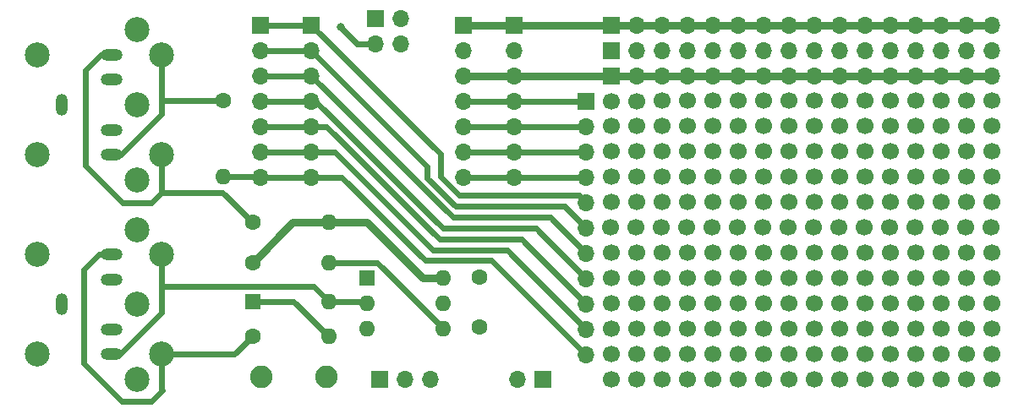
<source format=gbr>
%TF.GenerationSoftware,KiCad,Pcbnew,(6.0.5)*%
%TF.CreationDate,2023-03-15T21:31:39+00:00*%
%TF.ProjectId,XiaoMIDIInterface,5869616f-4d49-4444-9949-6e7465726661,rev?*%
%TF.SameCoordinates,Original*%
%TF.FileFunction,Copper,L1,Top*%
%TF.FilePolarity,Positive*%
%FSLAX46Y46*%
G04 Gerber Fmt 4.6, Leading zero omitted, Abs format (unit mm)*
G04 Created by KiCad (PCBNEW (6.0.5)) date 2023-03-15 21:31:39*
%MOMM*%
%LPD*%
G01*
G04 APERTURE LIST*
%TA.AperFunction,ComponentPad*%
%ADD10C,1.700000*%
%TD*%
%TA.AperFunction,ComponentPad*%
%ADD11R,1.700000X1.700000*%
%TD*%
%TA.AperFunction,ComponentPad*%
%ADD12O,1.700000X1.700000*%
%TD*%
%TA.AperFunction,ComponentPad*%
%ADD13R,1.600000X1.600000*%
%TD*%
%TA.AperFunction,ComponentPad*%
%ADD14O,1.600000X1.600000*%
%TD*%
%TA.AperFunction,WasherPad*%
%ADD15C,2.499360*%
%TD*%
%TA.AperFunction,ComponentPad*%
%ADD16C,2.499360*%
%TD*%
%TA.AperFunction,ComponentPad*%
%ADD17C,1.600000*%
%TD*%
%TA.AperFunction,ComponentPad*%
%ADD18O,2.200000X1.200000*%
%TD*%
%TA.AperFunction,ComponentPad*%
%ADD19O,1.200000X2.200000*%
%TD*%
%TA.AperFunction,ComponentPad*%
%ADD20C,2.250000*%
%TD*%
%TA.AperFunction,ViaPad*%
%ADD21C,0.800000*%
%TD*%
%TA.AperFunction,Conductor*%
%ADD22C,0.800000*%
%TD*%
%TA.AperFunction,Conductor*%
%ADD23C,0.600000*%
%TD*%
G04 APERTURE END LIST*
D10*
%TO.P,,1*%
%TO.N,N/C*%
X153020000Y-71348000D03*
%TD*%
%TO.P,,1*%
%TO.N,N/C*%
X127594600Y-66294000D03*
%TD*%
%TO.P,,1*%
%TO.N,N/C*%
X147940000Y-53568000D03*
%TD*%
%TO.P,,1*%
%TO.N,N/C*%
X153020000Y-81508000D03*
%TD*%
%TO.P,,1*%
%TO.N,N/C*%
X135240000Y-73914000D03*
%TD*%
D11*
%TO.P,J15,1,Pin_1*%
%TO.N,Net-(U2-Pad17)*%
X96800000Y-81500000D03*
D12*
%TO.P,J15,2,Pin_2*%
%TO.N,GND*%
X99340000Y-81500000D03*
%TO.P,J15,3,Pin_3*%
%TO.N,Net-(U2-Pad18)*%
X101880000Y-81500000D03*
%TD*%
D11*
%TO.P,J13,1,Pin_1*%
%TO.N,+5V*%
X105240000Y-46000000D03*
D12*
%TO.P,J13,2,Pin_2*%
%TO.N,GND*%
X105240000Y-48540000D03*
%TO.P,J13,3,Pin_3*%
%TO.N,+3V3*%
X105240000Y-51080000D03*
%TO.P,J13,4,Pin_4*%
%TO.N,Net-(J13-Pad4)*%
X105240000Y-53620000D03*
%TO.P,J13,5,Pin_5*%
%TO.N,Net-(J13-Pad5)*%
X105240000Y-56160000D03*
%TO.P,J13,6,Pin_6*%
%TO.N,Net-(J13-Pad6)*%
X105240000Y-58700000D03*
%TO.P,J13,7,Pin_7*%
%TO.N,/RX*%
X105240000Y-61240000D03*
%TD*%
D11*
%TO.P,J12,1,Pin_1*%
%TO.N,Net-(J12-Pad1)*%
X90000000Y-46000000D03*
D12*
%TO.P,J12,2,Pin_2*%
%TO.N,Net-(J12-Pad2)*%
X90000000Y-48540000D03*
%TO.P,J12,3,Pin_3*%
%TO.N,Net-(J12-Pad3)*%
X90000000Y-51080000D03*
%TO.P,J12,4,Pin_4*%
%TO.N,Net-(J12-Pad4)*%
X90000000Y-53620000D03*
%TO.P,J12,5,Pin_5*%
%TO.N,Net-(J12-Pad5)*%
X90000000Y-56160000D03*
%TO.P,J12,6,Pin_6*%
%TO.N,Net-(J12-Pad6)*%
X90000000Y-58700000D03*
%TO.P,J12,7,Pin_7*%
%TO.N,/TX*%
X90000000Y-61240000D03*
%TD*%
D10*
%TO.P,,1*%
%TO.N,N/C*%
X155560000Y-61188000D03*
%TD*%
%TO.P,,1*%
%TO.N,N/C*%
X147940000Y-78968000D03*
%TD*%
%TO.P,,1*%
%TO.N,N/C*%
X140320000Y-71348000D03*
%TD*%
%TO.P,,1*%
%TO.N,N/C*%
X130160000Y-71374000D03*
%TD*%
%TO.P,,1*%
%TO.N,N/C*%
X122540000Y-53620000D03*
%TD*%
%TO.P,,1*%
%TO.N,N/C*%
X150480000Y-56108000D03*
%TD*%
%TO.P,,1*%
%TO.N,N/C*%
X153020000Y-61188000D03*
%TD*%
%TO.P,,1*%
%TO.N,N/C*%
X145400000Y-56108000D03*
%TD*%
%TO.P,,1*%
%TO.N,N/C*%
X122514600Y-66294000D03*
%TD*%
%TO.P,,1*%
%TO.N,N/C*%
X120000000Y-61214000D03*
%TD*%
%TO.P,,1*%
%TO.N,N/C*%
X153020000Y-73888000D03*
%TD*%
%TO.P,,1*%
%TO.N,N/C*%
X150480000Y-78968000D03*
%TD*%
%TO.P,,1*%
%TO.N,N/C*%
X120000000Y-63754000D03*
%TD*%
%TO.P,,1*%
%TO.N,N/C*%
X122540000Y-81534000D03*
%TD*%
%TO.P,,1*%
%TO.N,N/C*%
X127620000Y-71374000D03*
%TD*%
%TO.P,,1*%
%TO.N,N/C*%
X122540000Y-56134000D03*
%TD*%
%TO.P,,1*%
%TO.N,N/C*%
X137780000Y-53594000D03*
%TD*%
D13*
%TO.P,U1,1*%
%TO.N,Net-(D1-Pad1)*%
X95514000Y-71364000D03*
D14*
%TO.P,U1,2*%
%TO.N,Net-(D1-Pad2)*%
X95514000Y-73904000D03*
%TO.P,U1,3*%
%TO.N,unconnected-(U1-Pad3)*%
X95514000Y-76444000D03*
%TO.P,U1,4*%
%TO.N,/RX*%
X103134000Y-76444000D03*
%TO.P,U1,5*%
%TO.N,GND*%
X103134000Y-73904000D03*
%TO.P,U1,6*%
%TO.N,+3V3*%
X103134000Y-71364000D03*
%TD*%
D10*
%TO.P,,1*%
%TO.N,N/C*%
X135240000Y-63754000D03*
%TD*%
%TO.P,,1*%
%TO.N,N/C*%
X137780000Y-63754000D03*
%TD*%
%TO.P,,1*%
%TO.N,N/C*%
X158100000Y-68808000D03*
%TD*%
%TO.P,,1*%
%TO.N,N/C*%
X147940000Y-73888000D03*
%TD*%
D15*
%TO.P,J1,*%
%TO.N,*%
X62502300Y-68998740D03*
X62502300Y-79001260D03*
D16*
%TO.P,J1,1*%
%TO.N,unconnected-(J1-Pad1)*%
X72497200Y-81498080D03*
%TO.P,J1,2*%
%TO.N,unconnected-(J1-Pad2)*%
X72499740Y-74000000D03*
%TO.P,J1,3*%
%TO.N,unconnected-(J1-Pad3)*%
X72497200Y-66501920D03*
%TO.P,J1,4*%
%TO.N,Net-(J1-Pad4)*%
X74999100Y-78996180D03*
%TO.P,J1,5*%
%TO.N,Net-(D1-Pad2)*%
X74999100Y-69003820D03*
%TD*%
D10*
%TO.P,,1*%
%TO.N,N/C*%
X150480000Y-68808000D03*
%TD*%
%TO.P,,1*%
%TO.N,N/C*%
X145400000Y-63728000D03*
%TD*%
%TO.P,,1*%
%TO.N,N/C*%
X130160000Y-53594000D03*
%TD*%
%TO.P,,1*%
%TO.N,N/C*%
X127620000Y-58674000D03*
%TD*%
%TO.P,,1*%
%TO.N,N/C*%
X137780000Y-56134000D03*
%TD*%
%TO.P,,1*%
%TO.N,N/C*%
X153020000Y-76428000D03*
%TD*%
%TO.P,,1*%
%TO.N,N/C*%
X142860000Y-81508000D03*
%TD*%
%TO.P,,1*%
%TO.N,N/C*%
X147940000Y-71348000D03*
%TD*%
%TO.P,,1*%
%TO.N,N/C*%
X142860000Y-58648000D03*
%TD*%
%TO.P,,1*%
%TO.N,N/C*%
X130160000Y-56134000D03*
%TD*%
%TO.P,,1*%
%TO.N,N/C*%
X140320000Y-76428000D03*
%TD*%
%TO.P,,1*%
%TO.N,N/C*%
X120000000Y-68834000D03*
%TD*%
%TO.P,,1*%
%TO.N,N/C*%
X140320000Y-63728000D03*
%TD*%
%TO.P,,1*%
%TO.N,N/C*%
X142860000Y-53594000D03*
%TD*%
%TO.P,,1*%
%TO.N,N/C*%
X127620000Y-61214000D03*
%TD*%
%TO.P,,1*%
%TO.N,N/C*%
X122540000Y-71374000D03*
%TD*%
%TO.P,,1*%
%TO.N,N/C*%
X125080000Y-71374000D03*
%TD*%
D17*
%TO.P,R1,1*%
%TO.N,Net-(J1-Pad4)*%
X84100000Y-77200000D03*
D14*
%TO.P,R1,2*%
%TO.N,Net-(D1-Pad1)*%
X91720000Y-77200000D03*
%TD*%
D10*
%TO.P,,1*%
%TO.N,N/C*%
X132700000Y-71374000D03*
%TD*%
%TO.P,,1*%
%TO.N,N/C*%
X125080000Y-68834000D03*
%TD*%
D11*
%TO.P,J11,1,Pin_1*%
%TO.N,+5V*%
X113200000Y-81534000D03*
D12*
%TO.P,J11,2,Pin_2*%
%TO.N,GND*%
X110660000Y-81530000D03*
%TD*%
D10*
%TO.P,,1*%
%TO.N,N/C*%
X135240000Y-78994000D03*
%TD*%
%TO.P,,1*%
%TO.N,N/C*%
X155560000Y-81508000D03*
%TD*%
%TO.P,,1*%
%TO.N,N/C*%
X135240000Y-68834000D03*
%TD*%
%TO.P,,1*%
%TO.N,N/C*%
X127620000Y-76454000D03*
%TD*%
%TO.P,,1*%
%TO.N,N/C*%
X158100000Y-56108000D03*
%TD*%
%TO.P,,1*%
%TO.N,N/C*%
X132700000Y-53594000D03*
%TD*%
%TO.P,,1*%
%TO.N,N/C*%
X147940000Y-58648000D03*
%TD*%
%TO.P,,1*%
%TO.N,N/C*%
X120000000Y-78994000D03*
%TD*%
%TO.P,,1*%
%TO.N,N/C*%
X135240000Y-71374000D03*
%TD*%
%TO.P,,1*%
%TO.N,N/C*%
X137754600Y-66294000D03*
%TD*%
%TO.P,,1*%
%TO.N,N/C*%
X153020000Y-58648000D03*
%TD*%
%TO.P,,1*%
%TO.N,N/C*%
X158100000Y-81508000D03*
%TD*%
%TO.P,,1*%
%TO.N,N/C*%
X137780000Y-81534000D03*
%TD*%
%TO.P,,1*%
%TO.N,N/C*%
X135240000Y-81534000D03*
%TD*%
%TO.P,,1*%
%TO.N,N/C*%
X122540000Y-78994000D03*
%TD*%
%TO.P,,1*%
%TO.N,N/C*%
X135214600Y-66294000D03*
%TD*%
%TO.P,,1*%
%TO.N,N/C*%
X155534600Y-66268000D03*
%TD*%
%TO.P,,1*%
%TO.N,N/C*%
X125080000Y-58674000D03*
%TD*%
%TO.P,,1*%
%TO.N,N/C*%
X140320000Y-81508000D03*
%TD*%
%TO.P,,1*%
%TO.N,N/C*%
X150480000Y-61188000D03*
%TD*%
%TO.P,,1*%
%TO.N,N/C*%
X122540000Y-73914000D03*
%TD*%
%TO.P,,1*%
%TO.N,N/C*%
X155560000Y-76428000D03*
%TD*%
%TO.P,,1*%
%TO.N,N/C*%
X132700000Y-78994000D03*
%TD*%
%TO.P,,1*%
%TO.N,N/C*%
X130160000Y-73914000D03*
%TD*%
%TO.P,,1*%
%TO.N,N/C*%
X132674600Y-66294000D03*
%TD*%
%TO.P,,1*%
%TO.N,N/C*%
X150480000Y-71348000D03*
%TD*%
%TO.P,,1*%
%TO.N,N/C*%
X145374600Y-66268000D03*
%TD*%
%TO.P,,1*%
%TO.N,N/C*%
X132700000Y-81534000D03*
%TD*%
%TO.P,,1*%
%TO.N,N/C*%
X150480000Y-73888000D03*
%TD*%
D18*
%TO.P,J6,R*%
%TO.N,Net-(J1-Pad4)*%
X70000000Y-69000000D03*
%TO.P,J6,RN*%
%TO.N,N/C*%
X70000000Y-71500000D03*
D19*
%TO.P,J6,S*%
%TO.N,unconnected-(J6-PadS)*%
X65000000Y-74000000D03*
D18*
%TO.P,J6,T*%
%TO.N,Net-(D1-Pad2)*%
X70000000Y-79000000D03*
%TO.P,J6,TN*%
%TO.N,N/C*%
X70000000Y-76500000D03*
%TD*%
D10*
%TO.P,,1*%
%TO.N,N/C*%
X120000000Y-58674000D03*
%TD*%
%TO.P,,1*%
%TO.N,N/C*%
X132700000Y-56134000D03*
%TD*%
%TO.P,,1*%
%TO.N,N/C*%
X145400000Y-73888000D03*
%TD*%
%TO.P,,1*%
%TO.N,N/C*%
X158100000Y-63728000D03*
%TD*%
%TO.P,,1*%
%TO.N,N/C*%
X145400000Y-53568000D03*
%TD*%
%TO.P,,1*%
%TO.N,N/C*%
X155560000Y-56108000D03*
%TD*%
D11*
%TO.P,J4,1,Pin_1*%
%TO.N,+5V*%
X110320000Y-46000000D03*
D12*
%TO.P,J4,2,Pin_2*%
%TO.N,GND*%
X110320000Y-48540000D03*
%TO.P,J4,3,Pin_3*%
%TO.N,+3V3*%
X110320000Y-51080000D03*
%TO.P,J4,4,Pin_4*%
%TO.N,Net-(J13-Pad4)*%
X110320000Y-53620000D03*
%TO.P,J4,5,Pin_5*%
%TO.N,Net-(J13-Pad5)*%
X110320000Y-56160000D03*
%TO.P,J4,6,Pin_6*%
%TO.N,Net-(J13-Pad6)*%
X110320000Y-58700000D03*
%TO.P,J4,7,Pin_7*%
%TO.N,/RX*%
X110320000Y-61240000D03*
%TD*%
D10*
%TO.P,,1*%
%TO.N,N/C*%
X147940000Y-68808000D03*
%TD*%
%TO.P,,1*%
%TO.N,N/C*%
X122540000Y-76454000D03*
%TD*%
%TO.P,,1*%
%TO.N,N/C*%
X130134600Y-66294000D03*
%TD*%
%TO.P,,1*%
%TO.N,N/C*%
X140320000Y-58648000D03*
%TD*%
%TO.P,,1*%
%TO.N,N/C*%
X142860000Y-76428000D03*
%TD*%
%TO.P,,1*%
%TO.N,N/C*%
X142860000Y-68808000D03*
%TD*%
D11*
%TO.P,J8,1,Pin_1*%
%TO.N,+5V*%
X120000000Y-46000000D03*
D12*
%TO.P,J8,2,Pin_2*%
X122540000Y-46000000D03*
%TO.P,J8,3,Pin_3*%
X125080000Y-46000000D03*
%TO.P,J8,4,Pin_4*%
X127620000Y-46000000D03*
%TO.P,J8,5,Pin_5*%
X130160000Y-46000000D03*
%TO.P,J8,6,Pin_6*%
X132700000Y-46000000D03*
%TO.P,J8,7,Pin_7*%
X135240000Y-46000000D03*
%TO.P,J8,8,Pin_8*%
X137780000Y-46000000D03*
%TO.P,J8,9,Pin_9*%
X140320000Y-46000000D03*
%TO.P,J8,10,Pin_10*%
X142860000Y-46000000D03*
%TO.P,J8,11,Pin_11*%
X145400000Y-46000000D03*
%TO.P,J8,12,Pin_12*%
X147940000Y-46000000D03*
%TO.P,J8,13,Pin_13*%
X150480000Y-46000000D03*
%TO.P,J8,14,Pin_14*%
X153020000Y-46000000D03*
%TO.P,J8,15,Pin_15*%
X155560000Y-46000000D03*
%TO.P,J8,16,Pin_16*%
X158100000Y-46000000D03*
%TD*%
D10*
%TO.P,,1*%
%TO.N,N/C*%
X127620000Y-73914000D03*
%TD*%
D11*
%TO.P,J3,1,Pin_1*%
%TO.N,Net-(J12-Pad1)*%
X84920000Y-46000000D03*
D12*
%TO.P,J3,2,Pin_2*%
%TO.N,Net-(J12-Pad2)*%
X84920000Y-48540000D03*
%TO.P,J3,3,Pin_3*%
%TO.N,Net-(J12-Pad3)*%
X84920000Y-51080000D03*
%TO.P,J3,4,Pin_4*%
%TO.N,Net-(J12-Pad4)*%
X84920000Y-53620000D03*
%TO.P,J3,5,Pin_5*%
%TO.N,Net-(J12-Pad5)*%
X84920000Y-56160000D03*
%TO.P,J3,6,Pin_6*%
%TO.N,Net-(J12-Pad6)*%
X84920000Y-58700000D03*
%TO.P,J3,7,Pin_7*%
%TO.N,/TX*%
X84920000Y-61240000D03*
%TD*%
D10*
%TO.P,,1*%
%TO.N,N/C*%
X145400000Y-76428000D03*
%TD*%
%TO.P,,1*%
%TO.N,N/C*%
X142860000Y-63728000D03*
%TD*%
D20*
%TO.P,SW1,1,A*%
%TO.N,Net-(U2-Pad19)*%
X91450000Y-81300000D03*
%TO.P,SW1,2,B*%
%TO.N,GND*%
X84950000Y-81300000D03*
%TD*%
D17*
%TO.P,C1,1*%
%TO.N,+3V3*%
X106800000Y-71300000D03*
%TO.P,C1,2*%
%TO.N,GND*%
X106800000Y-76300000D03*
%TD*%
D10*
%TO.P,,1*%
%TO.N,N/C*%
X137780000Y-73914000D03*
%TD*%
%TO.P,,1*%
%TO.N,N/C*%
X140320000Y-68808000D03*
%TD*%
%TO.P,,1*%
%TO.N,N/C*%
X120000000Y-73914000D03*
%TD*%
%TO.P,,1*%
%TO.N,N/C*%
X145400000Y-71348000D03*
%TD*%
%TO.P,,1*%
%TO.N,N/C*%
X127620000Y-78994000D03*
%TD*%
%TO.P,,1*%
%TO.N,N/C*%
X125080000Y-78994000D03*
%TD*%
%TO.P,,1*%
%TO.N,N/C*%
X150480000Y-63728000D03*
%TD*%
%TO.P,,1*%
%TO.N,N/C*%
X132700000Y-61214000D03*
%TD*%
%TO.P,,1*%
%TO.N,N/C*%
X155560000Y-71348000D03*
%TD*%
%TO.P,,1*%
%TO.N,N/C*%
X145400000Y-68808000D03*
%TD*%
%TO.P,,1*%
%TO.N,N/C*%
X155560000Y-53568000D03*
%TD*%
%TO.P,,1*%
%TO.N,N/C*%
X158100000Y-58648000D03*
%TD*%
%TO.P,,1*%
%TO.N,N/C*%
X158100000Y-71348000D03*
%TD*%
D11*
%TO.P,J14,1,Pin_1*%
%TO.N,Net-(U2-Pad17)*%
X96425000Y-45325000D03*
D12*
%TO.P,J14,2,Pin_2*%
%TO.N,Net-(U2-Pad18)*%
X98965000Y-45325000D03*
%TO.P,J14,3,Pin_3*%
%TO.N,Net-(U2-Pad19)*%
X96425000Y-47865000D03*
%TO.P,J14,4,Pin_4*%
%TO.N,GND*%
X98965000Y-47865000D03*
%TD*%
D10*
%TO.P,,1*%
%TO.N,N/C*%
X130160000Y-61214000D03*
%TD*%
D17*
%TO.P,R4,1*%
%TO.N,Net-(J2-Pad5)*%
X81200000Y-53600000D03*
D14*
%TO.P,R4,2*%
%TO.N,/TX*%
X81200000Y-61220000D03*
%TD*%
D10*
%TO.P,,1*%
%TO.N,N/C*%
X155560000Y-63728000D03*
%TD*%
D13*
%TO.P,D1,1,K*%
%TO.N,Net-(D1-Pad1)*%
X84090000Y-73700000D03*
D14*
%TO.P,D1,2,A*%
%TO.N,Net-(D1-Pad2)*%
X91710000Y-73700000D03*
%TD*%
D10*
%TO.P,,1*%
%TO.N,N/C*%
X147940000Y-61188000D03*
%TD*%
%TO.P,,1*%
%TO.N,N/C*%
X140320000Y-56108000D03*
%TD*%
%TO.P,,1*%
%TO.N,N/C*%
X120000000Y-53620000D03*
%TD*%
%TO.P,,1*%
%TO.N,N/C*%
X158100000Y-73888000D03*
%TD*%
%TO.P,,1*%
%TO.N,N/C*%
X119974600Y-66294000D03*
%TD*%
%TO.P,,1*%
%TO.N,N/C*%
X145400000Y-78968000D03*
%TD*%
%TO.P,,1*%
%TO.N,N/C*%
X125054600Y-66294000D03*
%TD*%
%TO.P,,1*%
%TO.N,N/C*%
X147940000Y-63728000D03*
%TD*%
%TO.P,,1*%
%TO.N,N/C*%
X132700000Y-68834000D03*
%TD*%
D11*
%TO.P,J9,1,Pin_1*%
%TO.N,+3V3*%
X120000000Y-51080000D03*
D12*
%TO.P,J9,2,Pin_2*%
X122540000Y-51080000D03*
%TO.P,J9,3,Pin_3*%
X125080000Y-51080000D03*
%TO.P,J9,4,Pin_4*%
X127620000Y-51080000D03*
%TO.P,J9,5,Pin_5*%
X130160000Y-51080000D03*
%TO.P,J9,6,Pin_6*%
X132700000Y-51080000D03*
%TO.P,J9,7,Pin_7*%
X135240000Y-51080000D03*
%TO.P,J9,8,Pin_8*%
X137780000Y-51080000D03*
%TO.P,J9,9,Pin_9*%
X140320000Y-51080000D03*
%TO.P,J9,10,Pin_10*%
X142860000Y-51080000D03*
%TO.P,J9,11,Pin_11*%
X145400000Y-51080000D03*
%TO.P,J9,12,Pin_12*%
X147940000Y-51080000D03*
%TO.P,J9,13,Pin_13*%
X150480000Y-51080000D03*
%TO.P,J9,14,Pin_14*%
X153020000Y-51080000D03*
%TO.P,J9,15,Pin_15*%
X155560000Y-51080000D03*
%TO.P,J9,16,Pin_16*%
X158100000Y-51080000D03*
%TD*%
D10*
%TO.P,,1*%
%TO.N,N/C*%
X142860000Y-78968000D03*
%TD*%
%TO.P,,1*%
%TO.N,N/C*%
X150480000Y-53568000D03*
%TD*%
%TO.P,,1*%
%TO.N,N/C*%
X150480000Y-76428000D03*
%TD*%
%TO.P,,1*%
%TO.N,N/C*%
X122540000Y-63754000D03*
%TD*%
%TO.P,,1*%
%TO.N,N/C*%
X147940000Y-81508000D03*
%TD*%
%TO.P,,1*%
%TO.N,N/C*%
X137780000Y-76454000D03*
%TD*%
%TO.P,,1*%
%TO.N,N/C*%
X153020000Y-53568000D03*
%TD*%
%TO.P,,1*%
%TO.N,N/C*%
X147914600Y-66268000D03*
%TD*%
%TO.P,,1*%
%TO.N,N/C*%
X150480000Y-81508000D03*
%TD*%
%TO.P,,1*%
%TO.N,N/C*%
X120000000Y-76454000D03*
%TD*%
%TO.P,,1*%
%TO.N,N/C*%
X155560000Y-78968000D03*
%TD*%
%TO.P,,1*%
%TO.N,N/C*%
X155560000Y-73888000D03*
%TD*%
D17*
%TO.P,R2,1*%
%TO.N,+3V3*%
X84100000Y-69800000D03*
D14*
%TO.P,R2,2*%
%TO.N,/RX*%
X91720000Y-69800000D03*
%TD*%
D10*
%TO.P,,1*%
%TO.N,N/C*%
X158100000Y-53568000D03*
%TD*%
%TO.P,,1*%
%TO.N,N/C*%
X155560000Y-68808000D03*
%TD*%
%TO.P,,1*%
%TO.N,N/C*%
X137780000Y-68834000D03*
%TD*%
%TO.P,,1*%
%TO.N,N/C*%
X132700000Y-73914000D03*
%TD*%
%TO.P,,1*%
%TO.N,N/C*%
X137780000Y-71374000D03*
%TD*%
%TO.P,,1*%
%TO.N,N/C*%
X140320000Y-73888000D03*
%TD*%
%TO.P,,1*%
%TO.N,N/C*%
X147940000Y-56108000D03*
%TD*%
%TO.P,,1*%
%TO.N,N/C*%
X150454600Y-66268000D03*
%TD*%
%TO.P,,1*%
%TO.N,N/C*%
X132700000Y-76454000D03*
%TD*%
%TO.P,,1*%
%TO.N,N/C*%
X142860000Y-61188000D03*
%TD*%
D18*
%TO.P,J5,R*%
%TO.N,Net-(J2-Pad4)*%
X70000000Y-49000000D03*
%TO.P,J5,RN*%
%TO.N,N/C*%
X70000000Y-51500000D03*
D19*
%TO.P,J5,S*%
%TO.N,GND*%
X65000000Y-54000000D03*
D18*
%TO.P,J5,T*%
%TO.N,Net-(J2-Pad5)*%
X70000000Y-59000000D03*
%TO.P,J5,TN*%
%TO.N,N/C*%
X70000000Y-56500000D03*
%TD*%
D10*
%TO.P,,1*%
%TO.N,N/C*%
X125080000Y-61214000D03*
%TD*%
%TO.P,,1*%
%TO.N,N/C*%
X158100000Y-76428000D03*
%TD*%
%TO.P,,1*%
%TO.N,N/C*%
X140320000Y-61188000D03*
%TD*%
%TO.P,,1*%
%TO.N,N/C*%
X127620000Y-56134000D03*
%TD*%
%TO.P,,1*%
%TO.N,N/C*%
X153020000Y-63728000D03*
%TD*%
%TO.P,,1*%
%TO.N,N/C*%
X130160000Y-81534000D03*
%TD*%
%TO.P,,1*%
%TO.N,N/C*%
X137780000Y-58674000D03*
%TD*%
%TO.P,,1*%
%TO.N,N/C*%
X135240000Y-56134000D03*
%TD*%
%TO.P,,1*%
%TO.N,N/C*%
X158100000Y-78968000D03*
%TD*%
%TO.P,,1*%
%TO.N,N/C*%
X130160000Y-76454000D03*
%TD*%
%TO.P,,1*%
%TO.N,N/C*%
X137780000Y-61214000D03*
%TD*%
D17*
%TO.P,R3,1*%
%TO.N,Net-(J2-Pad4)*%
X84090000Y-65800000D03*
D14*
%TO.P,R3,2*%
%TO.N,+3V3*%
X91710000Y-65800000D03*
%TD*%
D10*
%TO.P,,1*%
%TO.N,N/C*%
X130160000Y-63754000D03*
%TD*%
D11*
%TO.P,J7,1,Pin_1*%
%TO.N,Net-(J13-Pad4)*%
X117460000Y-53620000D03*
D12*
%TO.P,J7,2,Pin_2*%
%TO.N,Net-(J13-Pad5)*%
X117460000Y-56160000D03*
%TO.P,J7,3,Pin_3*%
%TO.N,Net-(J13-Pad6)*%
X117460000Y-58700000D03*
%TO.P,J7,4,Pin_4*%
%TO.N,/RX*%
X117460000Y-61240000D03*
%TO.P,J7,5,Pin_5*%
%TO.N,Net-(J12-Pad1)*%
X117460000Y-63780000D03*
%TO.P,J7,6,Pin_6*%
%TO.N,Net-(J12-Pad2)*%
X117460000Y-66320000D03*
%TO.P,J7,7,Pin_7*%
%TO.N,Net-(J12-Pad3)*%
X117460000Y-68860000D03*
%TO.P,J7,8,Pin_8*%
%TO.N,Net-(J12-Pad4)*%
X117460000Y-71400000D03*
%TO.P,J7,9,Pin_9*%
%TO.N,Net-(J12-Pad5)*%
X117460000Y-73940000D03*
%TO.P,J7,10,Pin_10*%
%TO.N,Net-(J12-Pad6)*%
X117460000Y-76480000D03*
%TO.P,J7,11,Pin_11*%
%TO.N,/TX*%
X117460000Y-79020000D03*
%TD*%
D10*
%TO.P,,1*%
%TO.N,N/C*%
X153020000Y-56108000D03*
%TD*%
%TO.P,,1*%
%TO.N,N/C*%
X125080000Y-73914000D03*
%TD*%
%TO.P,,1*%
%TO.N,N/C*%
X127620000Y-68834000D03*
%TD*%
%TO.P,,1*%
%TO.N,N/C*%
X142834600Y-66268000D03*
%TD*%
%TO.P,,1*%
%TO.N,N/C*%
X153020000Y-68808000D03*
%TD*%
%TO.P,,1*%
%TO.N,N/C*%
X120000000Y-81534000D03*
%TD*%
%TO.P,,1*%
%TO.N,N/C*%
X158100000Y-61188000D03*
%TD*%
%TO.P,,1*%
%TO.N,N/C*%
X125080000Y-81534000D03*
%TD*%
%TO.P,,1*%
%TO.N,N/C*%
X120000000Y-71374000D03*
%TD*%
%TO.P,,1*%
%TO.N,N/C*%
X127620000Y-81534000D03*
%TD*%
%TO.P,,1*%
%TO.N,N/C*%
X135240000Y-61214000D03*
%TD*%
%TO.P,,1*%
%TO.N,N/C*%
X130160000Y-78994000D03*
%TD*%
%TO.P,,1*%
%TO.N,N/C*%
X140294600Y-66268000D03*
%TD*%
%TO.P,,1*%
%TO.N,N/C*%
X125080000Y-56134000D03*
%TD*%
%TO.P,,1*%
%TO.N,N/C*%
X147940000Y-76428000D03*
%TD*%
%TO.P,,1*%
%TO.N,N/C*%
X127620000Y-53594000D03*
%TD*%
%TO.P,,1*%
%TO.N,N/C*%
X122540000Y-68834000D03*
%TD*%
%TO.P,,1*%
%TO.N,N/C*%
X125080000Y-63754000D03*
%TD*%
%TO.P,,1*%
%TO.N,N/C*%
X130160000Y-68834000D03*
%TD*%
%TO.P,,1*%
%TO.N,N/C*%
X145400000Y-61188000D03*
%TD*%
%TO.P,,1*%
%TO.N,N/C*%
X142860000Y-56108000D03*
%TD*%
%TO.P,,1*%
%TO.N,N/C*%
X142860000Y-71348000D03*
%TD*%
%TO.P,,1*%
%TO.N,N/C*%
X150480000Y-58648000D03*
%TD*%
%TO.P,,1*%
%TO.N,N/C*%
X120000000Y-56134000D03*
%TD*%
%TO.P,,1*%
%TO.N,N/C*%
X127620000Y-63754000D03*
%TD*%
D15*
%TO.P,J2,*%
%TO.N,*%
X62502300Y-48998740D03*
X62502300Y-59001260D03*
D16*
%TO.P,J2,1*%
%TO.N,unconnected-(J2-Pad1)*%
X72497200Y-61498080D03*
%TO.P,J2,2*%
%TO.N,GND*%
X72499740Y-54000000D03*
%TO.P,J2,3*%
%TO.N,unconnected-(J2-Pad3)*%
X72497200Y-46501920D03*
%TO.P,J2,4*%
%TO.N,Net-(J2-Pad4)*%
X74999100Y-58996180D03*
%TO.P,J2,5*%
%TO.N,Net-(J2-Pad5)*%
X74999100Y-49003820D03*
%TD*%
D10*
%TO.P,,1*%
%TO.N,N/C*%
X135240000Y-53594000D03*
%TD*%
%TO.P,,1*%
%TO.N,N/C*%
X140320000Y-53594000D03*
%TD*%
%TO.P,,1*%
%TO.N,N/C*%
X132700000Y-63754000D03*
%TD*%
%TO.P,,1*%
%TO.N,N/C*%
X130160000Y-58674000D03*
%TD*%
%TO.P,,1*%
%TO.N,N/C*%
X155560000Y-58648000D03*
%TD*%
%TO.P,,1*%
%TO.N,N/C*%
X140320000Y-78968000D03*
%TD*%
%TO.P,,1*%
%TO.N,N/C*%
X125080000Y-53594000D03*
%TD*%
%TO.P,,1*%
%TO.N,N/C*%
X137780000Y-78994000D03*
%TD*%
%TO.P,,1*%
%TO.N,N/C*%
X145400000Y-81508000D03*
%TD*%
%TO.P,,1*%
%TO.N,N/C*%
X153020000Y-78968000D03*
%TD*%
%TO.P,,1*%
%TO.N,N/C*%
X122540000Y-61214000D03*
%TD*%
%TO.P,,1*%
%TO.N,N/C*%
X158074600Y-66268000D03*
%TD*%
%TO.P,,1*%
%TO.N,N/C*%
X132700000Y-58674000D03*
%TD*%
%TO.P,,1*%
%TO.N,N/C*%
X125080000Y-76454000D03*
%TD*%
%TO.P,,1*%
%TO.N,N/C*%
X145400000Y-58648000D03*
%TD*%
%TO.P,,1*%
%TO.N,N/C*%
X142860000Y-73888000D03*
%TD*%
D11*
%TO.P,J10,1,Pin_1*%
%TO.N,GND*%
X120000000Y-48540000D03*
D12*
%TO.P,J10,2,Pin_2*%
X122540000Y-48540000D03*
%TO.P,J10,3,Pin_3*%
X125080000Y-48540000D03*
%TO.P,J10,4,Pin_4*%
X127620000Y-48540000D03*
%TO.P,J10,5,Pin_5*%
X130160000Y-48540000D03*
%TO.P,J10,6,Pin_6*%
X132700000Y-48540000D03*
%TO.P,J10,7,Pin_7*%
X135240000Y-48540000D03*
%TO.P,J10,8,Pin_8*%
X137780000Y-48540000D03*
%TO.P,J10,9,Pin_9*%
X140320000Y-48540000D03*
%TO.P,J10,10,Pin_10*%
X142860000Y-48540000D03*
%TO.P,J10,11,Pin_11*%
X145400000Y-48540000D03*
%TO.P,J10,12,Pin_12*%
X147940000Y-48540000D03*
%TO.P,J10,13,Pin_13*%
X150480000Y-48540000D03*
%TO.P,J10,14,Pin_14*%
X153020000Y-48540000D03*
%TO.P,J10,15,Pin_15*%
X155560000Y-48540000D03*
%TO.P,J10,16,Pin_16*%
X158100000Y-48540000D03*
%TD*%
D10*
%TO.P,,1*%
%TO.N,N/C*%
X135240000Y-58674000D03*
%TD*%
%TO.P,,1*%
%TO.N,N/C*%
X135240000Y-76454000D03*
%TD*%
%TO.P,,1*%
%TO.N,N/C*%
X122540000Y-58674000D03*
%TD*%
%TO.P,,1*%
%TO.N,N/C*%
X152994600Y-66268000D03*
%TD*%
D21*
%TO.N,Net-(U2-Pad19)*%
X92900000Y-46250000D03*
%TD*%
D22*
%TO.N,+3V3*%
X150480000Y-51080000D02*
X153020000Y-51080000D01*
X91710000Y-65800000D02*
X88100000Y-65800000D01*
X140320000Y-51080000D02*
X142860000Y-51080000D01*
X155560000Y-51080000D02*
X158100000Y-51080000D01*
X145400000Y-51080000D02*
X147940000Y-51080000D01*
X127620000Y-51080000D02*
X130160000Y-51080000D01*
X153020000Y-51080000D02*
X155560000Y-51080000D01*
X147940000Y-51080000D02*
X150480000Y-51080000D01*
X125080000Y-51080000D02*
X127620000Y-51080000D01*
X88100000Y-65800000D02*
X84100000Y-69800000D01*
X110320000Y-51080000D02*
X105240000Y-51080000D01*
X120000000Y-51080000D02*
X110320000Y-51080000D01*
X91710000Y-65800000D02*
X95572000Y-65800000D01*
X135240000Y-51080000D02*
X137780000Y-51080000D01*
X95572000Y-65800000D02*
X101136000Y-71364000D01*
X120000000Y-51080000D02*
X122540000Y-51080000D01*
X132700000Y-51080000D02*
X135240000Y-51080000D01*
X101136000Y-71364000D02*
X103134000Y-71364000D01*
X137780000Y-51080000D02*
X140320000Y-51080000D01*
X130160000Y-51080000D02*
X132700000Y-51080000D01*
X142860000Y-51080000D02*
X145400000Y-51080000D01*
X122540000Y-51080000D02*
X125080000Y-51080000D01*
D23*
%TO.N,Net-(D1-Pad1)*%
X88220000Y-73700000D02*
X91720000Y-77200000D01*
X84090000Y-73700000D02*
X88220000Y-73700000D01*
%TO.N,Net-(D1-Pad2)*%
X70800000Y-79000000D02*
X74999100Y-74800900D01*
X91710000Y-73700000D02*
X90210900Y-72200900D01*
X74999100Y-72200900D02*
X74999100Y-74800900D01*
X95514000Y-73904000D02*
X95260000Y-73904000D01*
X91710000Y-73700000D02*
X95310000Y-73700000D01*
X74999100Y-69003820D02*
X74999100Y-72200900D01*
X70000000Y-79000000D02*
X70800000Y-79000000D01*
X90210900Y-72200900D02*
X74999100Y-72200900D01*
X95310000Y-73700000D02*
X95514000Y-73904000D01*
%TO.N,Net-(J1-Pad4)*%
X67200000Y-79900000D02*
X71000000Y-83700000D01*
X71000000Y-83700000D02*
X74000000Y-83700000D01*
X74999100Y-78996180D02*
X82303820Y-78996180D01*
X74000000Y-83700000D02*
X75050000Y-82650000D01*
X82303820Y-78996180D02*
X84100000Y-77200000D01*
X68700000Y-69000000D02*
X67200000Y-70500000D01*
X75050000Y-82650000D02*
X74999100Y-82599100D01*
X67200000Y-70500000D02*
X67200000Y-79900000D01*
X74999100Y-82599100D02*
X74999100Y-78996180D01*
X70000000Y-69000000D02*
X68700000Y-69000000D01*
%TO.N,Net-(J2-Pad4)*%
X68900000Y-49000000D02*
X70000000Y-49000000D01*
X74999100Y-62800900D02*
X74000000Y-63800000D01*
X67400000Y-60100000D02*
X67400000Y-50500000D01*
X74999100Y-62800900D02*
X81090900Y-62800900D01*
X74000000Y-63800000D02*
X71100000Y-63800000D01*
X74999100Y-58996180D02*
X74999100Y-62800900D01*
X71100000Y-63800000D02*
X67400000Y-60100000D01*
X67400000Y-50500000D02*
X68900000Y-49000000D01*
X81090900Y-62800900D02*
X84090000Y-65800000D01*
%TO.N,Net-(J2-Pad5)*%
X74999100Y-49003820D02*
X74999100Y-53599100D01*
X75000000Y-53600000D02*
X74999100Y-53599100D01*
X70898200Y-59000000D02*
X74999100Y-54899100D01*
X70000000Y-59000000D02*
X70898200Y-59000000D01*
X81200000Y-53600000D02*
X75000000Y-53600000D01*
X74999100Y-53599100D02*
X74999100Y-54899100D01*
D22*
%TO.N,+5V*%
X137780000Y-46000000D02*
X140320000Y-46000000D01*
X150480000Y-46000000D02*
X153020000Y-46000000D01*
X105240000Y-46000000D02*
X110320000Y-46000000D01*
X127620000Y-46000000D02*
X130160000Y-46000000D01*
X135240000Y-46000000D02*
X137780000Y-46000000D01*
X153020000Y-46000000D02*
X155560000Y-46000000D01*
X155560000Y-46000000D02*
X158100000Y-46000000D01*
X130160000Y-46000000D02*
X132700000Y-46000000D01*
X122540000Y-46000000D02*
X125080000Y-46000000D01*
X147940000Y-46000000D02*
X150480000Y-46000000D01*
X110320000Y-46000000D02*
X120000000Y-46000000D01*
X145400000Y-46000000D02*
X147940000Y-46000000D01*
X120000000Y-46000000D02*
X122540000Y-46000000D01*
X132700000Y-46000000D02*
X135240000Y-46000000D01*
X125080000Y-46000000D02*
X127620000Y-46000000D01*
X142860000Y-46000000D02*
X145400000Y-46000000D01*
X140320000Y-46000000D02*
X142860000Y-46000000D01*
D23*
%TO.N,Net-(J12-Pad1)*%
X90000000Y-46000000D02*
X102900000Y-58900000D01*
X116780000Y-63100000D02*
X117460000Y-63780000D01*
X102900000Y-58900000D02*
X102900000Y-61200000D01*
X84920000Y-46000000D02*
X90000000Y-46000000D01*
X102900000Y-61200000D02*
X104800000Y-63100000D01*
X104800000Y-63100000D02*
X116780000Y-63100000D01*
%TO.N,/TX*%
X108040489Y-69600489D02*
X117460000Y-79020000D01*
X84900000Y-61220000D02*
X84920000Y-61240000D01*
X101400489Y-69600489D02*
X93040000Y-61240000D01*
X101799511Y-69600489D02*
X108040489Y-69600489D01*
X84920000Y-61240000D02*
X90000000Y-61240000D01*
X93040000Y-61240000D02*
X90000000Y-61240000D01*
X81200000Y-61220000D02*
X84900000Y-61220000D01*
X101799511Y-69600489D02*
X101400489Y-69600489D01*
%TO.N,Net-(J12-Pad2)*%
X104425000Y-64200000D02*
X101600000Y-61375000D01*
X117460000Y-66320000D02*
X115340000Y-64200000D01*
X101600000Y-60140000D02*
X90000000Y-48540000D01*
X84920000Y-48540000D02*
X90000000Y-48540000D01*
X115340000Y-64200000D02*
X104425000Y-64200000D01*
X101600000Y-61375000D02*
X101600000Y-60140000D01*
%TO.N,Net-(J12-Pad3)*%
X117460000Y-68860000D02*
X113900000Y-65300000D01*
X113900000Y-65300000D02*
X104220000Y-65300000D01*
X104220000Y-65300000D02*
X90000000Y-51080000D01*
X84920000Y-51080000D02*
X90000000Y-51080000D01*
%TO.N,Net-(J12-Pad4)*%
X84920000Y-53620000D02*
X90000000Y-53620000D01*
X112460000Y-66400000D02*
X103200000Y-66400000D01*
X117460000Y-71400000D02*
X112460000Y-66400000D01*
X90420000Y-53620000D02*
X90000000Y-53620000D01*
X103200000Y-66400000D02*
X90420000Y-53620000D01*
%TO.N,/RX*%
X96549022Y-69800000D02*
X103134000Y-76384978D01*
X103134000Y-76384978D02*
X103134000Y-76444000D01*
X117460000Y-61240000D02*
X110320000Y-61240000D01*
X105240000Y-61240000D02*
X110320000Y-61240000D01*
X91720000Y-69800000D02*
X96549022Y-69800000D01*
%TO.N,Net-(J12-Pad5)*%
X117460000Y-73940000D02*
X111020000Y-67500000D01*
X84920000Y-56160000D02*
X90000000Y-56160000D01*
X91460000Y-56160000D02*
X90000000Y-56160000D01*
X111020000Y-67500000D02*
X102800000Y-67500000D01*
X102800000Y-67500000D02*
X91460000Y-56160000D01*
%TO.N,Net-(J12-Pad6)*%
X90000000Y-58700000D02*
X92300000Y-58700000D01*
X109580000Y-68600000D02*
X117460000Y-76480000D01*
X102200000Y-68600000D02*
X109580000Y-68600000D01*
X92300000Y-58700000D02*
X102200000Y-68600000D01*
X84920000Y-58700000D02*
X90000000Y-58700000D01*
%TO.N,Net-(J13-Pad4)*%
X110320000Y-53620000D02*
X117460000Y-53620000D01*
X105240000Y-53620000D02*
X110320000Y-53620000D01*
%TO.N,Net-(J13-Pad5)*%
X105240000Y-56160000D02*
X110320000Y-56160000D01*
X117460000Y-56160000D02*
X110320000Y-56160000D01*
%TO.N,Net-(J13-Pad6)*%
X117460000Y-58700000D02*
X110320000Y-58700000D01*
X105240000Y-58700000D02*
X110320000Y-58700000D01*
%TO.N,Net-(U2-Pad19)*%
X96425000Y-47865000D02*
X94515000Y-47865000D01*
X94515000Y-47865000D02*
X92900000Y-46250000D01*
%TD*%
M02*

</source>
